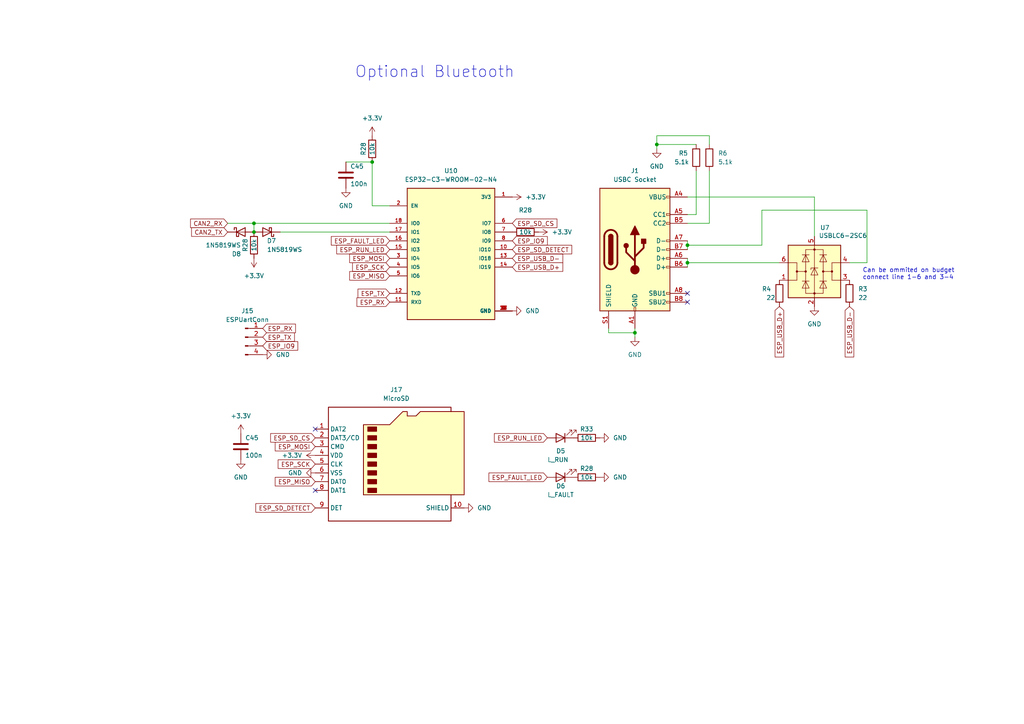
<source format=kicad_sch>
(kicad_sch (version 20230121) (generator eeschema)
  (paper "A4")
  (lib_symbols
    (symbol "Connector:Conn_01x04_Pin" (pin_names (offset 1.016) hide)
      (property "Reference" "J" (at 0 5.08 0))
      (property "Value" "Conn_01x04_Pin" (at 0 -7.62 0))
      (symbol "Conn_01x04_Pin_1_1"
        (polyline (pts (xy 1.27 -5.08) (xy 0.8636 -5.08)) (stroke (width 0.1524)))
        (polyline (pts (xy 1.27 -2.54) (xy 0.8636 -2.54)) (stroke (width 0.1524)))
        (polyline (pts (xy 1.27 0) (xy 0.8636 0)) (stroke (width 0.1524)))
        (polyline (pts (xy 1.27 2.54) (xy 0.8636 2.54)) (stroke (width 0.1524)))
        (rectangle (start 0.8636 -4.953) (end 0 -5.207) (stroke (width 0.1524)) (fill (type outline)))
        (rectangle (start 0.8636 -2.413) (end 0 -2.667) (stroke (width 0.1524)) (fill (type outline)))
        (rectangle (start 0.8636 0.127) (end 0 -0.127) (stroke (width 0.1524)) (fill (type outline)))
        (rectangle (start 0.8636 2.667) (end 0 2.413) (stroke (width 0.1524)) (fill (type outline)))
        (pin passive line (at 5.08 2.54 180) (length 3.81) (name "Pin_1") (number "1"))
        (pin passive line (at 5.08 0 180) (length 3.81) (name "Pin_2") (number "2"))
        (pin passive line (at 5.08 -2.54 180) (length 3.81) (name "Pin_3") (number "3"))
        (pin passive line (at 5.08 -5.08 180) (length 3.81) (name "Pin_4") (number "4"))
      )
    )
    (symbol "Connector:Micro_SD_Card_Det1"
      (property "Reference" "J" (at -16.51 17.78 0))
      (property "Value" "Micro_SD_Card_Det1" (at 16.51 17.78 0))
      (symbol "Micro_SD_Card_Det1_0_1"
        (rectangle (start -7.62 -6.985) (end -5.08 -8.255) (stroke (width 0.254)) (fill (type outline)))
        (rectangle (start -7.62 -4.445) (end -5.08 -5.715) (stroke (width 0.254)) (fill (type outline)))
        (rectangle (start -7.62 -1.905) (end -5.08 -3.175) (stroke (width 0.254)) (fill (type outline)))
        (rectangle (start -7.62 0.635) (end -5.08 -0.635) (stroke (width 0.254)) (fill (type outline)))
        (rectangle (start -7.62 3.175) (end -5.08 1.905) (stroke (width 0.254)) (fill (type outline)))
        (rectangle (start -7.62 5.715) (end -5.08 4.445) (stroke (width 0.254)) (fill (type outline)))
        (rectangle (start -7.62 8.255) (end -5.08 6.985) (stroke (width 0.254)) (fill (type outline)))
        (rectangle (start -7.62 10.795) (end -5.08 9.525) (stroke (width 0.254)) (fill (type outline)))
        (polyline (pts (xy 16.51 15.24) (xy 16.51 16.51) (xy -19.05 16.51) (xy -19.05 -16.51) (xy 16.51 -16.51) (xy 16.51 -8.89)) (stroke (width 0.254)))
        (polyline (pts (xy -8.89 -8.89) (xy -8.89 11.43) (xy -1.27 11.43) (xy 2.54 15.24) (xy 3.81 15.24) (xy 3.81 13.97) (xy 6.35 13.97) (xy 7.62 15.24) (xy 20.32 15.24) (xy 20.32 -8.89) (xy -8.89 -8.89)) (stroke (width 0.254)) (fill (type background)))
      )
      (symbol "Micro_SD_Card_Det1_1_1"
        (pin bidirectional line (at -22.86 10.16 0) (length 3.81) (name "DAT2") (number "1"))
        (pin passive line (at 20.32 -12.7 180) (length 3.81) (name "SHIELD") (number "10"))
        (pin bidirectional line (at -22.86 7.62 0) (length 3.81) (name "DAT3/CD") (number "2"))
        (pin input line (at -22.86 5.08 0) (length 3.81) (name "CMD") (number "3"))
        (pin power_in line (at -22.86 2.54 0) (length 3.81) (name "VDD") (number "4"))
        (pin input line (at -22.86 0 0) (length 3.81) (name "CLK") (number "5"))
        (pin power_in line (at -22.86 -2.54 0) (length 3.81) (name "VSS") (number "6"))
        (pin bidirectional line (at -22.86 -5.08 0) (length 3.81) (name "DAT0") (number "7"))
        (pin bidirectional line (at -22.86 -7.62 0) (length 3.81) (name "DAT1") (number "8"))
        (pin passive line (at -22.86 -12.7 0) (length 3.81) (name "DET") (number "9"))
      )
    )
    (symbol "Connector:USB_C_Receptacle_USB2.0" (pin_names (offset 1.016))
      (property "Reference" "J" (at -10.16 19.05 0))
      (property "Value" "USB_C_Receptacle_USB2.0" (at 19.05 19.05 0))
      (symbol "USB_C_Receptacle_USB2.0_0_0"
        (rectangle (start -0.254 -17.78) (end 0.254 -16.764))
        (rectangle (start 10.16 -14.986) (end 9.144 -15.494))
        (rectangle (start 10.16 -12.446) (end 9.144 -12.954))
        (rectangle (start 10.16 -4.826) (end 9.144 -5.334))
        (rectangle (start 10.16 -2.286) (end 9.144 -2.794))
        (rectangle (start 10.16 0.254) (end 9.144 -0.254))
        (rectangle (start 10.16 2.794) (end 9.144 2.286))
        (rectangle (start 10.16 7.874) (end 9.144 7.366))
        (rectangle (start 10.16 10.414) (end 9.144 9.906))
        (rectangle (start 10.16 15.494) (end 9.144 14.986))
      )
      (symbol "USB_C_Receptacle_USB2.0_0_1"
        (rectangle (start -10.16 17.78) (end 10.16 -17.78) (stroke (width 0.254)) (fill (type background)))
        (arc (start -8.89 -3.81) (mid -6.985 -5.7067) (end -5.08 -3.81) (stroke (width 0.508)))
        (arc (start -7.62 -3.81) (mid -6.985 -4.4423) (end -6.35 -3.81) (stroke (width 0.254)))
        (arc (start -7.62 -3.81) (mid -6.985 -4.4423) (end -6.35 -3.81) (stroke (width 0.254)) (fill (type outline)))
        (rectangle (start -7.62 -3.81) (end -6.35 3.81) (stroke (width 0.254)) (fill (type outline)))
        (arc (start -6.35 3.81) (mid -6.985 4.4423) (end -7.62 3.81) (stroke (width 0.254)))
        (arc (start -6.35 3.81) (mid -6.985 4.4423) (end -7.62 3.81) (stroke (width 0.254)) (fill (type outline)))
        (arc (start -5.08 3.81) (mid -6.985 5.7067) (end -8.89 3.81) (stroke (width 0.508)))
        (circle (center -2.54 1.143) (radius 0.635) (stroke (width 0.254)) (fill (type outline)))
        (circle (center 0 -5.842) (radius 1.27) (fill (type outline)))
        (polyline (pts (xy -8.89 -3.81) (xy -8.89 3.81)) (stroke (width 0.508)))
        (polyline (pts (xy -5.08 3.81) (xy -5.08 -3.81)) (stroke (width 0.508)))
        (polyline (pts (xy 0 -5.842) (xy 0 4.318)) (stroke (width 0.508)))
        (polyline (pts (xy 0 -3.302) (xy -2.54 -0.762) (xy -2.54 0.508)) (stroke (width 0.508)))
        (polyline (pts (xy 0 -2.032) (xy 2.54 0.508) (xy 2.54 1.778)) (stroke (width 0.508)))
        (polyline (pts (xy -1.27 4.318) (xy 0 6.858) (xy 1.27 4.318) (xy -1.27 4.318)) (stroke (width 0.254)) (fill (type outline)))
        (rectangle (start 1.905 1.778) (end 3.175 3.048) (stroke (width 0.254)) (fill (type outline)))
      )
      (symbol "USB_C_Receptacle_USB2.0_1_1"
        (pin passive line (at 0 -22.86 90) (length 5.08) (name "GND") (number "A1"))
        (pin passive line (at 0 -22.86 90) (length 5.08) hide (name "GND") (number "A12"))
        (pin passive line (at 15.24 15.24 180) (length 5.08) (name "VBUS") (number "A4"))
        (pin bidirectional line (at 15.24 10.16 180) (length 5.08) (name "CC1") (number "A5"))
        (pin bidirectional line (at 15.24 -2.54 180) (length 5.08) (name "D+") (number "A6"))
        (pin bidirectional line (at 15.24 2.54 180) (length 5.08) (name "D-") (number "A7"))
        (pin bidirectional line (at 15.24 -12.7 180) (length 5.08) (name "SBU1") (number "A8"))
        (pin passive line (at 15.24 15.24 180) (length 5.08) hide (name "VBUS") (number "A9"))
        (pin passive line (at 0 -22.86 90) (length 5.08) hide (name "GND") (number "B1"))
        (pin passive line (at 0 -22.86 90) (length 5.08) hide (name "GND") (number "B12"))
        (pin passive line (at 15.24 15.24 180) (length 5.08) hide (name "VBUS") (number "B4"))
        (pin bidirectional line (at 15.24 7.62 180) (length 5.08) (name "CC2") (number "B5"))
        (pin bidirectional line (at 15.24 -5.08 180) (length 5.08) (name "D+") (number "B6"))
        (pin bidirectional line (at 15.24 0 180) (length 5.08) (name "D-") (number "B7"))
        (pin bidirectional line (at 15.24 -15.24 180) (length 5.08) (name "SBU2") (number "B8"))
        (pin passive line (at 15.24 15.24 180) (length 5.08) hide (name "VBUS") (number "B9"))
        (pin passive line (at -7.62 -22.86 90) (length 5.08) (name "SHIELD") (number "S1"))
      )
    )
    (symbol "Device:C" (pin_numbers hide) (pin_names (offset 0.254))
      (property "Reference" "C" (at 0.635 2.54 0))
      (property "Value" "C" (at 0.635 -2.54 0))
      (symbol "C_0_1"
        (polyline (pts (xy -2.032 -0.762) (xy 2.032 -0.762)) (stroke (width 0.508)))
        (polyline (pts (xy -2.032 0.762) (xy 2.032 0.762)) (stroke (width 0.508)))
      )
      (symbol "C_1_1"
        (pin passive line (at 0 3.81 270) (length 2.794) (name "~") (number "1"))
        (pin passive line (at 0 -3.81 90) (length 2.794) (name "~") (number "2"))
      )
    )
    (symbol "Device:D_Schottky" (pin_numbers hide) (pin_names (offset 1.016) hide)
      (property "Reference" "D" (at 0 2.54 0))
      (property "Value" "D_Schottky" (at 0 -2.54 0))
      (symbol "D_Schottky_0_1"
        (polyline (pts (xy 1.27 0) (xy -1.27 0)))
        (polyline (pts (xy 1.27 1.27) (xy 1.27 -1.27) (xy -1.27 0) (xy 1.27 1.27)) (stroke (width 0.254)))
        (polyline (pts (xy -1.905 0.635) (xy -1.905 1.27) (xy -1.27 1.27) (xy -1.27 -1.27) (xy -0.635 -1.27) (xy -0.635 -0.635)) (stroke (width 0.254)))
      )
      (symbol "D_Schottky_1_1"
        (pin passive line (at -3.81 0 0) (length 2.54) (name "K") (number "1"))
        (pin passive line (at 3.81 0 180) (length 2.54) (name "A") (number "2"))
      )
    )
    (symbol "Device:LED" (pin_numbers hide) (pin_names (offset 1.016) hide)
      (property "Reference" "D" (at 0 2.54 0))
      (property "Value" "LED" (at 0 -2.54 0))
      (symbol "LED_0_1"
        (polyline (pts (xy -1.27 -1.27) (xy -1.27 1.27)) (stroke (width 0.254)))
        (polyline (pts (xy -1.27 0) (xy 1.27 0)))
        (polyline (pts (xy 1.27 -1.27) (xy 1.27 1.27) (xy -1.27 0) (xy 1.27 -1.27)) (stroke (width 0.254)))
        (polyline (pts (xy -3.048 -0.762) (xy -4.572 -2.286) (xy -3.81 -2.286) (xy -4.572 -2.286) (xy -4.572 -1.524)))
        (polyline (pts (xy -1.778 -0.762) (xy -3.302 -2.286) (xy -2.54 -2.286) (xy -3.302 -2.286) (xy -3.302 -1.524)))
      )
      (symbol "LED_1_1"
        (pin passive line (at -3.81 0 0) (length 2.54) (name "K") (number "1"))
        (pin passive line (at 3.81 0 180) (length 2.54) (name "A") (number "2"))
      )
    )
    (symbol "Device:R" (pin_numbers hide) (pin_names (offset 0))
      (property "Reference" "R" (at 2.032 0 90))
      (property "Value" "R" (at 0 0 90))
      (symbol "R_0_1"
        (rectangle (start -1.016 -2.54) (end 1.016 2.54) (stroke (width 0.254)))
      )
      (symbol "R_1_1"
        (pin passive line (at 0 3.81 270) (length 1.27) (name "~") (number "1"))
        (pin passive line (at 0 -3.81 90) (length 1.27) (name "~") (number "2"))
      )
    )
    (symbol "GigaVescSymbols:ESP32-C3-WROOM-02-N4" (pin_names (offset 1.016))
      (property "Reference" "U" (at -12.7 21.082 0))
      (property "Value" "ESP32-C3-WROOM-02-N4" (at -12.7 -18.542 0))
      (symbol "ESP32-C3-WROOM-02-N4_0_0"
        (rectangle (start -12.7 20.32) (end 12.7 -17.78) (stroke (width 0.254)) (fill (type background)))
        (pin power_in line (at 17.78 17.78 180) (length 5.08) (name "3V3") (number "1"))
        (pin bidirectional line (at 17.78 2.54 180) (length 5.08) (name "IO10") (number "10"))
        (pin bidirectional line (at -17.78 -12.7 0) (length 5.08) (name "RXD") (number "11"))
        (pin bidirectional line (at -17.78 -10.16 0) (length 5.08) (name "TXD") (number "12"))
        (pin bidirectional line (at 17.78 0 180) (length 5.08) (name "IO18") (number "13"))
        (pin bidirectional line (at 17.78 -2.54 180) (length 5.08) (name "IO19") (number "14"))
        (pin bidirectional line (at -17.78 2.54 0) (length 5.08) (name "IO3") (number "15"))
        (pin bidirectional line (at -17.78 5.08 0) (length 5.08) (name "IO2") (number "16"))
        (pin bidirectional line (at -17.78 7.62 0) (length 5.08) (name "IO1") (number "17"))
        (pin bidirectional line (at -17.78 10.16 0) (length 5.08) (name "IO0") (number "18"))
        (pin power_in line (at 17.78 -15.24 180) (length 5.08) (name "GND") (number "19"))
        (pin input line (at -17.78 15.24 0) (length 5.08) (name "EN") (number "2"))
        (pin power_in line (at 17.78 -15.24 180) (length 5.08) (name "GND") (number "20"))
        (pin power_in line (at 17.78 -15.24 180) (length 5.08) (name "GND") (number "21"))
        (pin power_in line (at 17.78 -15.24 180) (length 5.08) (name "GND") (number "22"))
        (pin power_in line (at 17.78 -15.24 180) (length 5.08) (name "GND") (number "23"))
        (pin power_in line (at 17.78 -15.24 180) (length 5.08) (name "GND") (number "24"))
        (pin power_in line (at 17.78 -15.24 180) (length 5.08) (name "GND") (number "25"))
        (pin power_in line (at 17.78 -15.24 180) (length 5.08) (name "GND") (number "26"))
        (pin power_in line (at 17.78 -15.24 180) (length 5.08) (name "GND") (number "27"))
        (pin power_in line (at 17.78 -15.24 180) (length 5.08) (name "GND") (number "28"))
        (pin power_in line (at 17.78 -15.24 180) (length 5.08) (name "GND") (number "29"))
        (pin bidirectional line (at -17.78 0 0) (length 5.08) (name "IO4") (number "3"))
        (pin power_in line (at 17.78 -15.24 180) (length 5.08) (name "GND") (number "30"))
        (pin power_in line (at 17.78 -15.24 180) (length 5.08) (name "GND") (number "31"))
        (pin power_in line (at 17.78 -15.24 180) (length 5.08) (name "GND") (number "32"))
        (pin power_in line (at 17.78 -15.24 180) (length 5.08) (name "GND") (number "33"))
        (pin power_in line (at 17.78 -15.24 180) (length 5.08) (name "GND") (number "34"))
        (pin power_in line (at 17.78 -15.24 180) (length 5.08) (name "GND") (number "35"))
        (pin power_in line (at 17.78 -15.24 180) (length 5.08) (name "GND") (number "36"))
        (pin power_in line (at 17.78 -15.24 180) (length 5.08) (name "GND") (number "37"))
        (pin power_in line (at 17.78 -15.24 180) (length 5.08) (name "GND") (number "38"))
        (pin power_in line (at 17.78 -15.24 180) (length 5.08) (name "GND") (number "39"))
        (pin bidirectional line (at -17.78 -2.54 0) (length 5.08) (name "IO5") (number "4"))
        (pin bidirectional line (at -17.78 -5.08 0) (length 5.08) (name "IO6") (number "5"))
        (pin bidirectional line (at 17.78 10.16 180) (length 5.08) (name "IO7") (number "6"))
        (pin bidirectional line (at 17.78 7.62 180) (length 5.08) (name "IO8") (number "7"))
        (pin bidirectional line (at 17.78 5.08 180) (length 5.08) (name "IO9") (number "8"))
        (pin power_in line (at 17.78 -15.24 180) (length 5.08) (name "GND") (number "9"))
      )
    )
    (symbol "Power_Protection:USBLC6-2P6" (pin_names hide)
      (property "Reference" "U" (at 2.54 8.89 0))
      (property "Value" "USBLC6-2P6" (at 2.54 -8.89 0))
      (symbol "USBLC6-2P6_0_1"
        (rectangle (start -7.62 -7.62) (end 7.62 7.62) (stroke (width 0.254)) (fill (type background)))
        (circle (center -5.08 0) (radius 0.254) (fill (type outline)))
        (circle (center -2.54 0) (radius 0.254) (fill (type outline)))
        (rectangle (start -2.54 6.35) (end 2.54 -6.35))
        (circle (center 0 -6.35) (radius 0.254) (fill (type outline)))
        (polyline (pts (xy -5.08 -2.54) (xy -7.62 -2.54)))
        (polyline (pts (xy -5.08 0) (xy -5.08 -2.54)))
        (polyline (pts (xy -5.08 2.54) (xy -7.62 2.54)))
        (polyline (pts (xy -1.524 -2.794) (xy -3.556 -2.794)))
        (polyline (pts (xy -1.524 4.826) (xy -3.556 4.826)))
        (polyline (pts (xy 0 -7.62) (xy 0 -6.35)))
        (polyline (pts (xy 0 -6.35) (xy 0 1.27)))
        (polyline (pts (xy 0 1.27) (xy 0 6.35)))
        (polyline (pts (xy 0 6.35) (xy 0 7.62)))
        (polyline (pts (xy 1.524 -2.794) (xy 3.556 -2.794)))
        (polyline (pts (xy 1.524 4.826) (xy 3.556 4.826)))
        (polyline (pts (xy 5.08 -2.54) (xy 7.62 -2.54)))
        (polyline (pts (xy 5.08 0) (xy 5.08 -2.54)))
        (polyline (pts (xy 5.08 2.54) (xy 7.62 2.54)))
        (polyline (pts (xy -2.54 0) (xy -5.08 0) (xy -5.08 2.54)))
        (polyline (pts (xy 2.54 0) (xy 5.08 0) (xy 5.08 2.54)))
        (polyline (pts (xy -3.556 -4.826) (xy -1.524 -4.826) (xy -2.54 -2.794) (xy -3.556 -4.826)))
        (polyline (pts (xy -3.556 2.794) (xy -1.524 2.794) (xy -2.54 4.826) (xy -3.556 2.794)))
        (polyline (pts (xy -1.016 -1.016) (xy 1.016 -1.016) (xy 0 1.016) (xy -1.016 -1.016)))
        (polyline (pts (xy 1.016 1.016) (xy 0.762 1.016) (xy -1.016 1.016) (xy -1.016 0.508)))
        (polyline (pts (xy 3.556 -4.826) (xy 1.524 -4.826) (xy 2.54 -2.794) (xy 3.556 -4.826)))
        (polyline (pts (xy 3.556 2.794) (xy 1.524 2.794) (xy 2.54 4.826) (xy 3.556 2.794)))
        (circle (center 0 6.35) (radius 0.254) (fill (type outline)))
        (circle (center 2.54 0) (radius 0.254) (fill (type outline)))
        (circle (center 5.08 0) (radius 0.254) (fill (type outline)))
      )
      (symbol "USBLC6-2P6_1_1"
        (pin passive line (at -10.16 -2.54 0) (length 2.54) (name "I/O1") (number "1"))
        (pin passive line (at 0 -10.16 90) (length 2.54) (name "GND") (number "2"))
        (pin passive line (at 10.16 -2.54 180) (length 2.54) (name "I/O2") (number "3"))
        (pin passive line (at 10.16 2.54 180) (length 2.54) (name "I/O2") (number "4"))
        (pin passive line (at 0 10.16 270) (length 2.54) (name "VBUS") (number "5"))
        (pin passive line (at -10.16 2.54 0) (length 2.54) (name "I/O1") (number "6"))
      )
    )
    (symbol "power:+3.3V" (power) (pin_names (offset 0))
      (property "Value" "+3.3V" (at 0 3.556 0))
      (symbol "+3.3V_0_1"
        (polyline (pts (xy -0.762 1.27) (xy 0 2.54)))
        (polyline (pts (xy 0 0) (xy 0 2.54)))
        (polyline (pts (xy 0 2.54) (xy 0.762 1.27)))
      )
      (symbol "+3.3V_1_1"
        (pin power_in line (at 0 0 90) (length 0) hide (name "+3.3V") (number "1"))
      )
    )
    (symbol "power:GND" (power) (pin_names (offset 0))
      (property "Value" "GND" (at 0 -3.81 0))
      (symbol "GND_0_1"
        (polyline (pts (xy 0 0) (xy 0 -1.27) (xy 1.27 -1.27) (xy 0 -2.54) (xy -1.27 -1.27) (xy 0 -1.27)))
      )
      (symbol "GND_1_1"
        (pin power_in line (at 0 0 270) (length 0) hide (name "GND") (number "1"))
      )
    )
  )
  (junction (at 73.66 67.31))
  (junction (at 73.66 64.77))
  (junction (at 107.95 46.99))
  (junction (at 199.39 71.12))
  (junction (at 184.15 96.52))
  (junction (at 190.5 41.91))
  (junction (at 199.39 76.2))
  (no_connect (at 199.39 87.63))
  (no_connect (at 91.44 142.24))
  (no_connect (at 91.44 124.46))
  (no_connect (at 199.39 85.09))
  (wire (pts (xy 199.39 62.23) (xy 201.93 62.23)))
  (wire (pts (xy 205.74 39.37) (xy 190.5 39.37)))
  (wire (pts (xy 113.03 59.69) (xy 107.95 59.69)))
  (wire (pts (xy 73.66 64.77) (xy 113.03 64.77)))
  (wire (pts (xy 205.74 64.77) (xy 205.74 49.53)))
  (wire (pts (xy 184.15 95.25) (xy 184.15 96.52)))
  (wire (pts (xy 251.46 60.96) (xy 251.46 76.2)))
  (wire (pts (xy 199.39 64.77) (xy 205.74 64.77)))
  (wire (pts (xy 199.39 76.2) (xy 199.39 77.47)))
  (wire (pts (xy 184.15 96.52) (xy 184.15 97.79)))
  (wire (pts (xy 220.98 60.96) (xy 220.98 71.12)))
  (wire (pts (xy 100.33 46.99) (xy 107.95 46.99)))
  (wire (pts (xy 251.46 60.96) (xy 220.98 60.96)))
  (wire (pts (xy 190.5 39.37) (xy 190.5 41.91)))
  (wire (pts (xy 81.28 67.31) (xy 113.03 67.31)))
  (wire (pts (xy 199.39 71.12) (xy 220.98 71.12)))
  (wire (pts (xy 199.39 71.12) (xy 199.39 72.39)))
  (wire (pts (xy 205.74 41.91) (xy 205.74 39.37)))
  (wire (pts (xy 66.04 64.77) (xy 73.66 64.77)))
  (wire (pts (xy 236.22 57.15) (xy 236.22 68.58)))
  (wire (pts (xy 246.38 76.2) (xy 251.46 76.2)))
  (wire (pts (xy 107.95 46.99) (xy 107.95 59.69)))
  (wire (pts (xy 199.39 76.2) (xy 226.06 76.2)))
  (wire (pts (xy 201.93 62.23) (xy 201.93 49.53)))
  (wire (pts (xy 176.53 96.52) (xy 184.15 96.52)))
  (wire (pts (xy 190.5 41.91) (xy 190.5 43.18)))
  (wire (pts (xy 199.39 74.93) (xy 199.39 76.2)))
  (wire (pts (xy 199.39 57.15) (xy 236.22 57.15)))
  (wire (pts (xy 176.53 95.25) (xy 176.53 96.52)))
  (wire (pts (xy 201.93 41.91) (xy 190.5 41.91)))
  (wire (pts (xy 199.39 69.85) (xy 199.39 71.12)))
  (wire (pts (xy 73.66 64.77) (xy 73.66 67.31)))
  (text "Optional Bluetooth" (at 102.87 22.86 0) (effects (font (size 3.27 3.27)) (justify left bottom)))
  (text "Can be ommited on budget\nconnect line 1-6 and 3-4" (at 250.19 81.28 0) (effects (font (size 1.27 1.27)) (justify left bottom)))
  (global_label "ESP_FAULT_LED" (shape input) (at 158.75 138.43 180) (property "Intersheetrefs" "${INTERSHEET_REFS}" (effects hide)))
  (global_label "ESP_FAULT_LED" (shape input) (at 113.03 69.85 180) (property "Intersheetrefs" "${INTERSHEET_REFS}" (effects hide)))
  (global_label "CAN2_TX" (shape input) (at 66.04 67.31 180) (property "Intersheetrefs" "${INTERSHEET_REFS}" (effects hide)))
  (global_label "ESP_USB_D+" (shape input) (at 226.06 88.9 270) (property "Intersheetrefs" "${INTERSHEET_REFS}" (effects hide)))
  (global_label "ESP_IO9" (shape input) (at 76.2 100.33 0) (property "Intersheetrefs" "${INTERSHEET_REFS}" (effects hide)))
  (global_label "ESP_MOSI" (shape input) (at 113.03 74.93 180) (property "Intersheetrefs" "${INTERSHEET_REFS}" (effects hide)))
  (global_label "ESP_SD_DETECT" (shape input) (at 148.59 72.39 0) (property "Intersheetrefs" "${INTERSHEET_REFS}" (effects hide)))
  (global_label "ESP_SCK" (shape input) (at 113.03 77.47 180) (property "Intersheetrefs" "${INTERSHEET_REFS}" (effects hide)))
  (global_label "ESP_MISO" (shape input) (at 113.03 80.01 180) (property "Intersheetrefs" "${INTERSHEET_REFS}" (effects hide)))
  (global_label "ESP_MISO" (shape input) (at 91.44 139.7 180) (property "Intersheetrefs" "${INTERSHEET_REFS}" (effects hide)))
  (global_label "ESP_USB_D-" (shape input) (at 246.38 88.9 270) (property "Intersheetrefs" "${INTERSHEET_REFS}" (effects hide)))
  (global_label "ESP_RX" (shape input) (at 113.03 87.63 180) (property "Intersheetrefs" "${INTERSHEET_REFS}" (effects hide)))
  (global_label "ESP_SD_CS" (shape input) (at 91.44 127 180) (property "Intersheetrefs" "${INTERSHEET_REFS}" (effects hide)))
  (global_label "ESP_USB_D+" (shape input) (at 148.59 77.47 0) (property "Intersheetrefs" "${INTERSHEET_REFS}" (effects hide)))
  (global_label "ESP_TX" (shape input) (at 113.03 85.09 180) (property "Intersheetrefs" "${INTERSHEET_REFS}" (effects hide)))
  (global_label "ESP_RUN_LED" (shape input) (at 158.75 127 180) (property "Intersheetrefs" "${INTERSHEET_REFS}" (effects hide)))
  (global_label "ESP_SD_DETECT" (shape input) (at 91.44 147.32 180) (property "Intersheetrefs" "${INTERSHEET_REFS}" (effects hide)))
  (global_label "ESP_SCK" (shape input) (at 91.44 134.62 180) (property "Intersheetrefs" "${INTERSHEET_REFS}" (effects hide)))
  (global_label "ESP_TX" (shape input) (at 76.2 97.79 0) (property "Intersheetrefs" "${INTERSHEET_REFS}" (effects hide)))
  (global_label "ESP_USB_D-" (shape input) (at 148.59 74.93 0) (property "Intersheetrefs" "${INTERSHEET_REFS}" (effects hide)))
  (global_label "ESP_RUN_LED" (shape input) (at 113.03 72.39 180) (property "Intersheetrefs" "${INTERSHEET_REFS}" (effects hide)))
  (global_label "ESP_RX" (shape input) (at 76.2 95.25 0) (property "Intersheetrefs" "${INTERSHEET_REFS}" (effects hide)))
  (global_label "ESP_SD_CS" (shape input) (at 148.59 64.77 0) (property "Intersheetrefs" "${INTERSHEET_REFS}" (effects hide)))
  (global_label "ESP_MOSI" (shape input) (at 91.44 129.54 180) (property "Intersheetrefs" "${INTERSHEET_REFS}" (effects hide)))
  (global_label "ESP_IO9" (shape input) (at 148.59 69.85 0) (property "Intersheetrefs" "${INTERSHEET_REFS}" (effects hide)))
  (global_label "CAN2_RX" (shape input) (at 66.04 64.77 180) (property "Intersheetrefs" "${INTERSHEET_REFS}" (effects hide)))
  (symbol (lib_id "Connector:Conn_01x04_Pin") (at 71.12 97.79 0) (unit 1)
    (property "Reference" "J15" (at 71.755 90.17 0))
    (property "Value" "ESPUartConn" (at 71.755 92.71 0))
    (property "Footprint" "Connector_JST:JST_PH_B4B-PH-K_1x04_P2.00mm_Vertical" (effects hide))
    (property "MPN" "C131334" (effects hide))
    (property "JLCPosOffset" "-3,0" (effects hide))
    (property "JLCRotOffset" "180" (effects hide))
  )
  (symbol (lib_id "power:GND") (at 173.99 138.43 90) (unit 1)
    (property "Reference" "#PWR040" (effects hide))
    (property "Value" "GND" (at 177.8 138.43 90) (effects (justify right)))
  )
  (symbol (lib_id "power:GND") (at 148.59 90.17 90) (unit 1)
    (property "Reference" "#PWR040" (effects hide))
    (property "Value" "GND" (at 152.4 90.17 90) (effects (justify right)))
    (instances (project "GigaMax" (path "" (reference "#PWR040") (unit 1)) (path "" (reference "#PWR0110") (unit 1))))
  )
  (symbol (lib_id "power:+3.3V") (at 156.21 67.31 270) (unit 1)
    (property "Reference" "#PWR03" (effects hide))
    (property "Value" "+3.3V" (at 160.02 67.31 90) (effects (justify left)))
    (instances (project "GigaMax" (path "" (reference "#PWR03") (unit 1)) (path "" (reference "#PWR039") (unit 1)) (path "" (reference "#PWR0111") (unit 1))))
  )
  (symbol (lib_id "Device:R") (at 73.66 71.12 180) (unit 1)
    (property "Reference" "R28" (at 71.12 71.12 90))
    (property "Value" "10k" (at 73.66 71.12 90))
    (property "Footprint" "Resistor_SMD:R_0603_1608Metric" (effects hide))
    (property "MPN" "C25804" (effects hide))
    (instances (project "GigaMax" (path "" (reference "R28") (unit 1)) (path "" (reference "R28") (unit 1)) (path "" (reference "R34") (unit 1))))
  )
  (symbol (lib_id "power:+3.3V") (at 73.66 74.93 180) (unit 1)
    (property "Reference" "#PWR03" (effects hide))
    (property "Value" "+3.3V" (at 73.66 80.01 0))
    (instances (project "GigaMax" (path "" (reference "#PWR03") (unit 1)) (path "" (reference "#PWR039") (unit 1)) (path "" (reference "#PWR081") (unit 1))))
  )
  (symbol (lib_id "Device:R") (at 205.74 45.72 0) (unit 1)
    (property "Reference" "R6" (at 208.28 44.45 0) (effects (justify left)))
    (property "Value" "5.1k" (at 208.28 46.99 0) (effects (justify left)))
    (property "Footprint" "Resistor_SMD:R_0603_1608Metric" (effects hide))
    (property "MPN" "C23186" (effects hide))
    (instances (project "GigaMax" (path "" (reference "R6") (unit 1)) (path "" (reference "R40") (unit 1)) (path "" (reference "R40") (unit 1))))
  )
  (symbol (lib_id "Device:R") (at 152.4 67.31 270) (unit 1)
    (property "Reference" "R28" (at 152.4 60.96 90))
    (property "Value" "10k" (at 152.4 67.31 90))
    (property "Footprint" "Resistor_SMD:R_0603_1608Metric" (effects hide))
    (property "MPN" "C25804" (effects hide))
    (instances (project "GigaMax" (path "" (reference "R28") (unit 1)) (path "" (reference "R28") (unit 1)) (path "" (reference "R42") (unit 1))))
  )
  (symbol (lib_id "Connector:Micro_SD_Card_Det1") (at 114.3 134.62 0) (unit 1)
    (property "Reference" "J17" (at 114.935 113.03 0))
    (property "Value" "MicroSD" (at 114.935 115.57 0))
    (property "Footprint" "GigaVescLibs:TF01A" (effects hide))
    (property "Datasheet" "https://datasheet.lcsc.com/lcsc/2110151630_XKB-Connectivity-XKTF-015-N_C381082.pdf" (effects hide))
    (property "MPN" "C91145" (effects hide))
    (property "JLCPosOffset" "0.3,2.2" (effects hide))
  )
  (symbol (lib_id "power:GND") (at 91.44 137.16 270) (unit 1)
    (property "Reference" "#PWR040" (effects hide))
    (property "Value" "GND" (at 87.63 137.16 90) (effects (justify right)))
    (instances (project "GigaMax" (path "" (reference "#PWR040") (unit 1)) (path "" (reference "#PWR0135") (unit 1))))
  )
  (symbol (lib_id "Device:R") (at 107.95 43.18 180) (unit 1)
    (property "Reference" "R28" (at 105.41 43.18 90))
    (property "Value" "10k" (at 107.95 43.18 90))
    (property "Footprint" "Resistor_SMD:R_0603_1608Metric" (effects hide))
    (property "MPN" "C25804" (effects hide))
    (instances (project "GigaMax" (path "" (reference "R28") (unit 1)) (path "" (reference "R28") (unit 1)) (path "" (reference "R41") (unit 1))))
  )
  (symbol (lib_id "power:+3.3V") (at 148.59 57.15 270) (unit 1)
    (property "Reference" "#PWR03" (effects hide))
    (property "Value" "+3.3V" (at 152.4 57.15 90) (effects (justify left)))
    (instances (project "GigaMax" (path "" (reference "#PWR03") (unit 1)) (path "" (reference "#PWR039") (unit 1)) (path "" (reference "#PWR039") (unit 1))))
  )
  (symbol (lib_id "Device:R") (at 201.93 45.72 0) (unit 1)
    (property "Reference" "R5" (at 196.85 44.45 0) (effects (justify left)))
    (property "Value" "5.1k" (at 195.58 46.99 0) (effects (justify left)))
    (property "Footprint" "Resistor_SMD:R_0603_1608Metric" (effects hide))
    (property "MPN" "C23186" (effects hide))
    (instances (project "GigaMax" (path "" (reference "R5") (unit 1)) (path "" (reference "R35") (unit 1)) (path "" (reference "R35") (unit 1))))
  )
  (symbol (lib_id "Device:R") (at 226.06 85.09 0) (unit 1)
    (property "Reference" "R4" (at 220.98 83.82 0) (effects (justify left)))
    (property "Value" "22" (at 222.25 86.36 0) (effects (justify left)))
    (property "Footprint" "Resistor_SMD:R_0603_1608Metric" (effects hide))
    (property "MPN" "C23345" (effects hide))
    (instances (project "GigaMax" (path "" (reference "R4") (unit 1)) (path "" (reference "R27") (unit 1)) (path "" (reference "R27") (unit 1))))
  )
  (symbol (lib_id "power:GND") (at 134.62 147.32 90) (unit 1)
    (property "Reference" "#PWR040" (effects hide))
    (property "Value" "GND" (at 138.43 147.32 90) (effects (justify right)))
    (instances (project "GigaMax" (path "" (reference "#PWR040") (unit 1)) (path "" (reference "#PWR0112") (unit 1))))
  )
  (symbol (lib_id "Device:D_Schottky") (at 77.47 67.31 180) (unit 1)
    (property "Reference" "D7" (at 78.74 69.85 0))
    (property "Value" "1N5819WS" (at 82.55 72.39 0))
    (property "Footprint" "Diode_SMD:D_SOD-323" (effects hide))
    (property "MPN" "C191023" (effects hide))
  )
  (symbol (lib_id "power:+3.3V") (at 91.44 132.08 90) (unit 1)
    (property "Reference" "#PWR03" (effects hide))
    (property "Value" "+3.3V" (at 87.63 132.08 90) (effects (justify left)))
    (instances (project "GigaMax" (path "" (reference "#PWR03") (unit 1)) (path "" (reference "#PWR039") (unit 1)) (path "" (reference "#PWR0113") (unit 1))))
  )
  (symbol (lib_id "Device:R") (at 246.38 85.09 0) (unit 1)
    (property "Reference" "R3" (at 248.92 83.82 0) (effects (justify left)))
    (property "Value" "22" (at 248.92 86.36 0) (effects (justify left)))
    (property "Footprint" "Resistor_SMD:R_0603_1608Metric" (effects hide))
    (property "MPN" "C23345" (effects hide))
    (instances (project "GigaMax" (path "" (reference "R3") (unit 1)) (path "" (reference "R29") (unit 1)) (path "" (reference "R29") (unit 1))))
  )
  (symbol (lib_id "Device:D_Schottky") (at 69.85 67.31 0) (unit 1)
    (property "Reference" "D8" (at 68.58 73.66 0))
    (property "Value" "1N5819WS" (at 64.77 71.12 0))
    (property "Footprint" "Diode_SMD:D_SOD-323" (effects hide))
    (property "MPN" "C191023" (effects hide))
  )
  (symbol (lib_id "power:GND") (at 100.33 54.61 0) (unit 1)
    (property "Reference" "#PWR040" (effects hide))
    (property "Value" "GND" (at 100.33 59.69 0))
    (instances (project "GigaMax" (path "" (reference "#PWR040") (unit 1)) (path "" (reference "#PWR0109") (unit 1))))
  )
  (symbol (lib_id "power:GND") (at 76.2 102.87 90) (unit 1)
    (property "Reference" "#PWR040" (effects hide))
    (property "Value" "GND" (at 80.01 102.87 90) (effects (justify right)))
    (instances (project "GigaMax" (path "" (reference "#PWR040") (unit 1)) (path "" (reference "#PWR0104") (unit 1))))
  )
  (symbol (lib_id "Device:C") (at 69.85 129.54 0) (unit 1)
    (property "Reference" "C45" (at 71.12 127 0) (effects (justify left)))
    (property "Value" "100n" (at 71.12 132.08 0) (effects (justify left)))
    (property "Footprint" "GigaVescLibs:C_0603_1608Metric_L" (effects hide))
    (property "MPN" "C14663" (effects hide))
    (instances (project "GigaMax" (path "" (reference "C45") (unit 1)) (path "" (reference "C46") (unit 1))))
  )
  (symbol (lib_id "power:GND") (at 236.22 88.9 0) (unit 1)
    (property "Reference" "#PWR09" (effects hide))
    (property "Value" "GND" (at 236.22 93.98 0))
    (instances (project "GigaMax" (path "" (reference "#PWR09") (unit 1)) (path "" (reference "#PWR068") (unit 1)) (path "" (reference "#PWR068") (unit 1))))
  )
  (symbol (lib_id "power:+3.3V") (at 69.85 125.73 0) (unit 1)
    (property "Reference" "#PWR03" (effects hide))
    (property "Value" "+3.3V" (at 69.85 120.65 0))
    (instances (project "GigaMax" (path "" (reference "#PWR03") (unit 1)) (path "" (reference "#PWR039") (unit 1)) (path "" (reference "#PWR0136") (unit 1))))
  )
  (symbol (lib_id "power:GND") (at 69.85 133.35 0) (unit 1)
    (property "Reference" "#PWR040" (effects hide))
    (property "Value" "GND" (at 69.85 138.43 0))
    (instances (project "GigaMax" (path "" (reference "#PWR040") (unit 1)) (path "" (reference "#PWR0137") (unit 1))))
  )
  (symbol (lib_id "Device:C") (at 100.33 50.8 0) (unit 1)
    (property "Reference" "C45" (at 101.6 48.26 0) (effects (justify left)))
    (property "Value" "100n" (at 101.6 53.34 0) (effects (justify left)))
    (property "Footprint" "GigaVescLibs:C_0603_1608Metric_L" (effects hide))
    (property "MPN" "C14663" (effects hide))
  )
  (symbol (lib_id "power:GND") (at 184.15 97.79 0) (unit 1)
    (property "Reference" "#PWR010" (effects hide))
    (property "Value" "GND" (at 184.15 102.87 0))
    (instances (project "GigaMax" (path "" (reference "#PWR010") (unit 1)) (path "" (reference "#PWR0100") (unit 1)) (path "" (reference "#PWR0100") (unit 1))))
  )
  (symbol (lib_id "Power_Protection:USBLC6-2P6") (at 236.22 78.74 0) (unit 1)
    (property "Reference" "U7" (at 237.8711 66.04 0) (effects (justify left)))
    (property "Value" "\nUSBLC6-2SC6" (at 237.49 67.31 0) (effects (justify left)))
    (property "Footprint" "Package_TO_SOT_SMD:SOT-23-6" (effects hide))
    (property "Datasheet" "https://www.st.com/resource/en/datasheet/usblc6-2.pdf" (effects hide))
    (property "MPN" "C2827654" (effects hide))
    (property "JLCRotOffset" "-90" (effects hide))
    (instances (project "GigaMax" (path "" (reference "U7") (unit 1)) (path "" (reference "U8") (unit 1)) (path "" (reference "U8") (unit 1))))
  )
  (symbol (lib_id "Device:R") (at 170.18 138.43 90) (unit 1)
    (property "Reference" "R28" (at 170.18 135.89 90))
    (property "Value" "10k" (at 170.18 138.43 90))
    (property "Footprint" "Resistor_SMD:R_0603_1608Metric" (effects hide))
    (property "MPN" "C25804" (effects hide))
  )
  (symbol (lib_id "Device:R") (at 170.18 127 90) (unit 1)
    (property "Reference" "R33" (at 170.18 124.46 90))
    (property "Value" "10k" (at 170.18 127 90))
    (property "Footprint" "Resistor_SMD:R_0603_1608Metric" (effects hide))
    (property "MPN" "C25804" (effects hide))
  )
  (symbol (lib_id "power:+3.3V") (at 107.95 39.37 0) (unit 1)
    (property "Reference" "#PWR03" (effects hide))
    (property "Value" "+3.3V" (at 107.95 34.29 0))
    (instances (project "GigaMax" (path "" (reference "#PWR03") (unit 1)) (path "" (reference "#PWR039") (unit 1)) (path "" (reference "#PWR0108") (unit 1))))
  )
  (symbol (lib_id "Device:LED") (at 162.56 127 180) (unit 1)
    (property "Reference" "D5" (at 161.29 130.81 0) (effects (justify right)))
    (property "Value" "L_RUN" (at 158.75 133.35 0) (effects (justify right)))
    (property "Footprint" "LED_SMD:LED_0603_1608Metric" (effects hide))
    (property "MPN" "C72043" (effects hide))
  )
  (symbol (lib_id "Connector:USB_C_Receptacle_USB2.0") (at 184.15 72.39 0) (unit 1)
    (property "Reference" "J1" (at 184.15 49.53 0))
    (property "Value" "USBC Socket" (at 184.15 52.07 0))
    (property "Footprint" "Connector_USB:USB_C_Receptacle_GCT_USB4105-xx-A_16P_TopMnt_Horizontal" (effects hide))
    (property "Datasheet" "https://www.usb.org/sites/default/files/documents/usb_type-c.zip" (effects hide))
    (property "MPN" "C2765186" (effects hide))
    (property "JLCPosOffset" "0,1.27" (effects hide))
    (instances (project "GigaMax" (path "" (reference "J1") (unit 1)) (path "" (reference "J13") (unit 1)) (path "" (reference "J13") (unit 1))))
  )
  (symbol (lib_id "power:GND") (at 173.99 127 90) (unit 1)
    (property "Reference" "#PWR040" (effects hide))
    (property "Value" "GND" (at 177.8 127 90) (effects (justify right)))
    (instances (project "GigaMax" (path "" (reference "#PWR040") (unit 1)) (path "" (reference "#PWR096") (unit 1))))
  )
  (symbol (lib_id "power:GND") (at 190.5 43.18 0) (unit 1)
    (property "Reference" "#PWR011" (effects hide))
    (property "Value" "GND" (at 190.5 48.26 0))
    (instances (project "GigaMax" (path "" (reference "#PWR011") (unit 1)) (path "" (reference "#PWR0101") (unit 1)) (path "" (reference "#PWR0101") (unit 1))))
  )
  (symbol (lib_id "Device:LED") (at 162.56 138.43 180) (unit 1)
    (property "Reference" "D6" (at 161.29 140.97 0) (effects (justify right)))
    (property "Value" "L_FAULT" (at 158.75 143.51 0) (effects (justify right)))
    (property "Footprint" "LED_SMD:LED_0603_1608Metric" (effects hide))
    (property "MPN" "C2286" (effects hide))
  )
  (symbol (lib_id "GigaVescSymbols:ESP32-C3-WROOM-02-N4") (at 130.81 74.93 0) (unit 1)
    (property "Reference" "U10" (at 130.81 49.53 0))
    (property "Value" "ESP32-C3-WROOM-02-N4" (at 130.81 52.07 0))
    (property "Footprint" "GigaVescLibs:MODULE_ESP32-C3-WROOM-02-H4" (effects hide))
    (property "MF" "Espressif Systems" (effects hide))
    (property "DESCRIPTION" "WiFi Modules (802.11) (Engineering Samples) SMD module, ESP32-C3, 4MB SPI flash, PCB antenna, -40 C +105 C" (effects hide))
    (property "PACKAGE" "Package" (effects hide))
    (property "PRICE" "None" (effects hide))
    (property "MP" "ESP32-C3-WROOM-02-H4" (effects hide))
    (property "AVAILABILITY" "In Stock" (effects hide))
    (property "PURCHASE-URL" "https://pricing.snapeda.com/search/part/ESP32-C3-WROOM-02-H4/?ref=eda" (effects hide))
    (property "MPN" "C2934560" (effects hide))
    (property "JLCPosOffset" "0,-3.1" (effects hide))
  )
)
</source>
